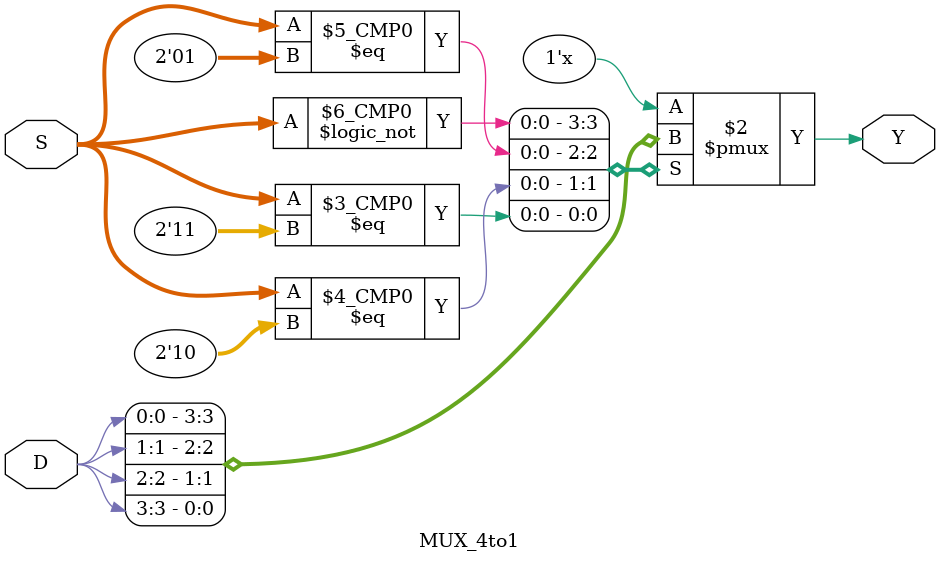
<source format=v>
`timescale 1ns / 1ps
/****************************************************
* File name: MUX_4to1
* Project: Lab 1_301
* Designer: Vinh Vu
* Email: vincentvinhvu@yahoo.com
* Rev. Date: Jan. 31, 2017
*
* Purpose: This module is a 4-to-1 MUX. MUX is a 
* digital function that receives digital information
* on 4 input lines and transmits information on a
* single output line. The input being selected
* is determined from the 2 select lines. 
*
*****************************************************/
module MUX_4to1(D, S, Y);
	input [3:0] D;
	input [1:0] S;
	output reg Y;
	
	always @ (*)
	case(S)
		2'b00: Y= D[0];
		2'b01: Y= D[1];
		2'b10: Y= D[2];
		2'b11: Y= D[3];
	endcase


endmodule

</source>
